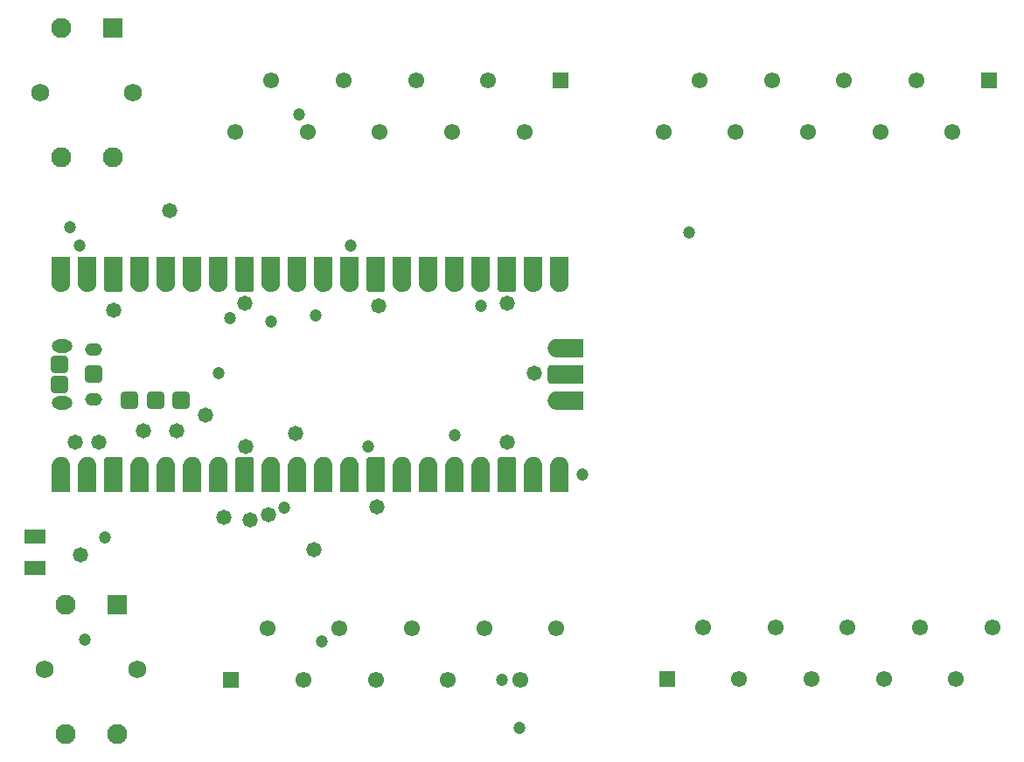
<source format=gts>
G04*
G04 #@! TF.GenerationSoftware,Altium Limited,Altium Designer,24.1.2 (44)*
G04*
G04 Layer_Color=13798182*
%FSLAX44Y44*%
%MOMM*%
G71*
G04*
G04 #@! TF.SameCoordinates,B28CFC15-B4C6-47B7-BC68-1C9BB1E78066*
G04*
G04*
G04 #@! TF.FilePolarity,Negative*
G04*
G01*
G75*
G04:AMPARAMS|DCode=18|XSize=1.7032mm|YSize=1.7032mm|CornerRadius=0.4016mm|HoleSize=0mm|Usage=FLASHONLY|Rotation=90.000|XOffset=0mm|YOffset=0mm|HoleType=Round|Shape=RoundedRectangle|*
%AMROUNDEDRECTD18*
21,1,1.7032,0.9000,0,0,90.0*
21,1,0.9000,1.7032,0,0,90.0*
1,1,0.8032,0.4500,0.4500*
1,1,0.8032,0.4500,-0.4500*
1,1,0.8032,-0.4500,-0.4500*
1,1,0.8032,-0.4500,0.4500*
%
%ADD18ROUNDEDRECTD18*%
%ADD19O,2.0032X1.3032*%
%ADD20O,1.6532X1.2532*%
%ADD21R,2.0032X1.4532*%
%ADD22C,1.5500*%
%ADD23R,1.5500X1.5500*%
%ADD24C,1.9532*%
%ADD25R,1.9532X1.9532*%
%ADD26C,1.7532*%
%ADD27C,1.2032*%
%ADD28C,1.4732*%
G36*
X556370Y478790D02*
X556360Y478320D01*
X556320Y477850D01*
X556260Y477380D01*
X556170Y476920D01*
X556060Y476460D01*
X555930Y476010D01*
X555770Y475560D01*
X555590Y475130D01*
X555390Y474700D01*
X555160Y474290D01*
X554920Y473890D01*
X554650Y473500D01*
X554360Y473130D01*
X554060Y472770D01*
X553730Y472430D01*
X553390Y472100D01*
X553030Y471800D01*
X552660Y471510D01*
X552270Y471240D01*
X551870Y471000D01*
X551460Y470770D01*
X551030Y470570D01*
X550600Y470390D01*
X550150Y470230D01*
X549700Y470100D01*
X549240Y469990D01*
X548780Y469900D01*
X548310Y469840D01*
X547840Y469800D01*
X547370Y469790D01*
X546900Y469800D01*
X546430Y469840D01*
X545960Y469900D01*
X545500Y469990D01*
X545040Y470100D01*
X544590Y470230D01*
X544140Y470390D01*
X543710Y470570D01*
X543280Y470770D01*
X542870Y471000D01*
X542470Y471240D01*
X542080Y471510D01*
X541710Y471800D01*
X541350Y472100D01*
X541010Y472430D01*
X540680Y472770D01*
X540380Y473130D01*
X540090Y473500D01*
X539820Y473890D01*
X539580Y474290D01*
X539350Y474700D01*
X539150Y475130D01*
X538970Y475560D01*
X538810Y476010D01*
X538680Y476460D01*
X538570Y476920D01*
X538480Y477380D01*
X538420Y477850D01*
X538380Y478320D01*
X538370Y478790D01*
Y503790D01*
X556370D01*
Y478790D01*
D02*
G37*
G36*
X530970D02*
X530960Y478320D01*
X530920Y477850D01*
X530860Y477380D01*
X530770Y476920D01*
X530660Y476460D01*
X530530Y476010D01*
X530370Y475560D01*
X530190Y475130D01*
X529990Y474700D01*
X529760Y474290D01*
X529520Y473890D01*
X529250Y473500D01*
X528960Y473130D01*
X528660Y472770D01*
X528330Y472430D01*
X527990Y472100D01*
X527630Y471800D01*
X527260Y471510D01*
X526870Y471240D01*
X526470Y471000D01*
X526060Y470770D01*
X525630Y470570D01*
X525200Y470390D01*
X524750Y470230D01*
X524300Y470100D01*
X523840Y469990D01*
X523380Y469900D01*
X522910Y469840D01*
X522440Y469800D01*
X521970Y469790D01*
X521500Y469800D01*
X521030Y469840D01*
X520560Y469900D01*
X520100Y469990D01*
X519640Y470100D01*
X519190Y470230D01*
X518740Y470390D01*
X518310Y470570D01*
X517880Y470770D01*
X517470Y471000D01*
X517070Y471240D01*
X516680Y471510D01*
X516310Y471800D01*
X515950Y472100D01*
X515610Y472430D01*
X515280Y472770D01*
X514980Y473130D01*
X514690Y473500D01*
X514420Y473890D01*
X514180Y474290D01*
X513950Y474700D01*
X513750Y475130D01*
X513570Y475560D01*
X513410Y476010D01*
X513280Y476460D01*
X513170Y476920D01*
X513080Y477380D01*
X513020Y477850D01*
X512980Y478320D01*
X512970Y478790D01*
Y503790D01*
X530970D01*
Y478790D01*
D02*
G37*
G36*
X505570Y472630D02*
X505550Y472480D01*
X505530Y472320D01*
X505500Y472170D01*
X505470Y472010D01*
X505420Y471860D01*
X505370Y471710D01*
X505310Y471570D01*
X505240Y471430D01*
X505170Y471290D01*
X505090Y471160D01*
X505000Y471030D01*
X504900Y470900D01*
X504800Y470780D01*
X504690Y470670D01*
X504580Y470560D01*
X504460Y470460D01*
X504330Y470360D01*
X504200Y470270D01*
X504070Y470190D01*
X503930Y470120D01*
X503790Y470050D01*
X503650Y469990D01*
X503500Y469940D01*
X503350Y469890D01*
X503190Y469860D01*
X503040Y469830D01*
X502880Y469810D01*
X502730Y469790D01*
X490410D01*
X490260Y469810D01*
X490100Y469830D01*
X489950Y469860D01*
X489790Y469890D01*
X489640Y469940D01*
X489490Y469990D01*
X489350Y470050D01*
X489210Y470120D01*
X489070Y470190D01*
X488940Y470270D01*
X488810Y470360D01*
X488680Y470460D01*
X488560Y470560D01*
X488450Y470670D01*
X488340Y470780D01*
X488240Y470900D01*
X488140Y471030D01*
X488050Y471160D01*
X487970Y471290D01*
X487900Y471430D01*
X487830Y471570D01*
X487770Y471710D01*
X487720Y471860D01*
X487670Y472010D01*
X487640Y472170D01*
X487610Y472320D01*
X487590Y472480D01*
X487570Y472630D01*
Y503790D01*
X505570D01*
Y472630D01*
D02*
G37*
G36*
X480170Y478790D02*
X480160Y478320D01*
X480120Y477850D01*
X480060Y477380D01*
X479970Y476920D01*
X479860Y476460D01*
X479730Y476010D01*
X479570Y475560D01*
X479390Y475130D01*
X479190Y474700D01*
X478960Y474290D01*
X478720Y473890D01*
X478450Y473500D01*
X478160Y473130D01*
X477860Y472770D01*
X477530Y472430D01*
X477190Y472100D01*
X476830Y471800D01*
X476460Y471510D01*
X476070Y471240D01*
X475670Y471000D01*
X475260Y470770D01*
X474830Y470570D01*
X474400Y470390D01*
X473950Y470230D01*
X473500Y470100D01*
X473040Y469990D01*
X472580Y469900D01*
X472110Y469840D01*
X471640Y469800D01*
X471170Y469790D01*
X470700Y469800D01*
X470230Y469840D01*
X469760Y469900D01*
X469300Y469990D01*
X468840Y470100D01*
X468390Y470230D01*
X467940Y470390D01*
X467510Y470570D01*
X467080Y470770D01*
X466670Y471000D01*
X466270Y471240D01*
X465880Y471510D01*
X465510Y471800D01*
X465150Y472100D01*
X464810Y472430D01*
X464480Y472770D01*
X464180Y473130D01*
X463890Y473500D01*
X463620Y473890D01*
X463380Y474290D01*
X463150Y474700D01*
X462950Y475130D01*
X462770Y475560D01*
X462610Y476010D01*
X462480Y476460D01*
X462370Y476920D01*
X462280Y477380D01*
X462220Y477850D01*
X462180Y478320D01*
X462170Y478790D01*
Y503790D01*
X480170D01*
Y478790D01*
D02*
G37*
G36*
X454770D02*
X454760Y478320D01*
X454720Y477850D01*
X454660Y477380D01*
X454570Y476920D01*
X454460Y476460D01*
X454330Y476010D01*
X454170Y475560D01*
X453990Y475130D01*
X453790Y474700D01*
X453560Y474290D01*
X453320Y473890D01*
X453050Y473500D01*
X452760Y473130D01*
X452460Y472770D01*
X452130Y472430D01*
X451790Y472100D01*
X451430Y471800D01*
X451060Y471510D01*
X450670Y471240D01*
X450270Y471000D01*
X449860Y470770D01*
X449430Y470570D01*
X449000Y470390D01*
X448550Y470230D01*
X448100Y470100D01*
X447640Y469990D01*
X447180Y469900D01*
X446710Y469840D01*
X446240Y469800D01*
X445770Y469790D01*
X445300Y469800D01*
X444830Y469840D01*
X444360Y469900D01*
X443900Y469990D01*
X443440Y470100D01*
X442990Y470230D01*
X442540Y470390D01*
X442110Y470570D01*
X441680Y470770D01*
X441270Y471000D01*
X440870Y471240D01*
X440480Y471510D01*
X440110Y471800D01*
X439750Y472100D01*
X439410Y472430D01*
X439080Y472770D01*
X438780Y473130D01*
X438490Y473500D01*
X438220Y473890D01*
X437980Y474290D01*
X437750Y474700D01*
X437550Y475130D01*
X437370Y475560D01*
X437210Y476010D01*
X437080Y476460D01*
X436970Y476920D01*
X436880Y477380D01*
X436820Y477850D01*
X436780Y478320D01*
X436770Y478790D01*
Y503790D01*
X454770D01*
Y478790D01*
D02*
G37*
G36*
X429370D02*
X429360Y478320D01*
X429320Y477850D01*
X429260Y477380D01*
X429170Y476920D01*
X429060Y476460D01*
X428930Y476010D01*
X428770Y475560D01*
X428590Y475130D01*
X428390Y474700D01*
X428160Y474290D01*
X427920Y473890D01*
X427650Y473500D01*
X427360Y473130D01*
X427060Y472770D01*
X426730Y472430D01*
X426390Y472100D01*
X426030Y471800D01*
X425660Y471510D01*
X425270Y471240D01*
X424870Y471000D01*
X424460Y470770D01*
X424030Y470570D01*
X423600Y470390D01*
X423150Y470230D01*
X422700Y470100D01*
X422240Y469990D01*
X421780Y469900D01*
X421310Y469840D01*
X420840Y469800D01*
X420370Y469790D01*
X419900Y469800D01*
X419430Y469840D01*
X418960Y469900D01*
X418500Y469990D01*
X418040Y470100D01*
X417590Y470230D01*
X417140Y470390D01*
X416710Y470570D01*
X416280Y470770D01*
X415870Y471000D01*
X415470Y471240D01*
X415080Y471510D01*
X414710Y471800D01*
X414350Y472100D01*
X414010Y472430D01*
X413680Y472770D01*
X413380Y473130D01*
X413090Y473500D01*
X412820Y473890D01*
X412580Y474290D01*
X412350Y474700D01*
X412150Y475130D01*
X411970Y475560D01*
X411810Y476010D01*
X411680Y476460D01*
X411570Y476920D01*
X411480Y477380D01*
X411420Y477850D01*
X411380Y478320D01*
X411370Y478790D01*
Y503790D01*
X429370D01*
Y478790D01*
D02*
G37*
G36*
X403970D02*
X403960Y478320D01*
X403920Y477850D01*
X403860Y477380D01*
X403770Y476920D01*
X403660Y476460D01*
X403530Y476010D01*
X403370Y475560D01*
X403190Y475130D01*
X402990Y474700D01*
X402760Y474290D01*
X402520Y473890D01*
X402250Y473500D01*
X401960Y473130D01*
X401660Y472770D01*
X401330Y472430D01*
X400990Y472100D01*
X400630Y471800D01*
X400260Y471510D01*
X399870Y471240D01*
X399470Y471000D01*
X399060Y470770D01*
X398630Y470570D01*
X398200Y470390D01*
X397750Y470230D01*
X397300Y470100D01*
X396840Y469990D01*
X396380Y469900D01*
X395910Y469840D01*
X395440Y469800D01*
X394970Y469790D01*
X394500Y469800D01*
X394030Y469840D01*
X393560Y469900D01*
X393100Y469990D01*
X392640Y470100D01*
X392190Y470230D01*
X391740Y470390D01*
X391310Y470570D01*
X390880Y470770D01*
X390470Y471000D01*
X390070Y471240D01*
X389680Y471510D01*
X389310Y471800D01*
X388950Y472100D01*
X388610Y472430D01*
X388280Y472770D01*
X387980Y473130D01*
X387690Y473500D01*
X387420Y473890D01*
X387180Y474290D01*
X386950Y474700D01*
X386750Y475130D01*
X386570Y475560D01*
X386410Y476010D01*
X386280Y476460D01*
X386170Y476920D01*
X386080Y477380D01*
X386020Y477850D01*
X385980Y478320D01*
X385970Y478790D01*
Y503790D01*
X403970D01*
Y478790D01*
D02*
G37*
G36*
X378570Y472630D02*
X378550Y472480D01*
X378530Y472320D01*
X378500Y472170D01*
X378470Y472010D01*
X378420Y471860D01*
X378370Y471710D01*
X378310Y471570D01*
X378240Y471430D01*
X378170Y471290D01*
X378090Y471160D01*
X378000Y471030D01*
X377900Y470900D01*
X377800Y470780D01*
X377690Y470670D01*
X377580Y470560D01*
X377460Y470460D01*
X377330Y470360D01*
X377200Y470270D01*
X377070Y470190D01*
X376930Y470120D01*
X376790Y470050D01*
X376650Y469990D01*
X376500Y469940D01*
X376350Y469890D01*
X376190Y469860D01*
X376040Y469830D01*
X375880Y469810D01*
X375730Y469790D01*
X363410D01*
X363260Y469810D01*
X363100Y469830D01*
X362950Y469860D01*
X362790Y469890D01*
X362640Y469940D01*
X362490Y469990D01*
X362350Y470050D01*
X362210Y470120D01*
X362070Y470190D01*
X361940Y470270D01*
X361810Y470360D01*
X361680Y470460D01*
X361560Y470560D01*
X361450Y470670D01*
X361340Y470780D01*
X361240Y470900D01*
X361140Y471030D01*
X361050Y471160D01*
X360970Y471290D01*
X360900Y471430D01*
X360830Y471570D01*
X360770Y471710D01*
X360720Y471860D01*
X360670Y472010D01*
X360640Y472170D01*
X360610Y472320D01*
X360590Y472480D01*
X360570Y472630D01*
Y503790D01*
X378570D01*
Y472630D01*
D02*
G37*
G36*
X353170Y478790D02*
X353160Y478320D01*
X353120Y477850D01*
X353060Y477380D01*
X352970Y476920D01*
X352860Y476460D01*
X352730Y476010D01*
X352570Y475560D01*
X352390Y475130D01*
X352190Y474700D01*
X351960Y474290D01*
X351720Y473890D01*
X351450Y473500D01*
X351160Y473130D01*
X350860Y472770D01*
X350530Y472430D01*
X350190Y472100D01*
X349830Y471800D01*
X349460Y471510D01*
X349070Y471240D01*
X348670Y471000D01*
X348260Y470770D01*
X347830Y470570D01*
X347400Y470390D01*
X346950Y470230D01*
X346500Y470100D01*
X346040Y469990D01*
X345580Y469900D01*
X345110Y469840D01*
X344640Y469800D01*
X344170Y469790D01*
X343700Y469800D01*
X343230Y469840D01*
X342760Y469900D01*
X342300Y469990D01*
X341840Y470100D01*
X341390Y470230D01*
X340940Y470390D01*
X340510Y470570D01*
X340080Y470770D01*
X339670Y471000D01*
X339270Y471240D01*
X338880Y471510D01*
X338510Y471800D01*
X338150Y472100D01*
X337810Y472430D01*
X337480Y472770D01*
X337180Y473130D01*
X336890Y473500D01*
X336620Y473890D01*
X336380Y474290D01*
X336150Y474700D01*
X335950Y475130D01*
X335770Y475560D01*
X335610Y476010D01*
X335480Y476460D01*
X335370Y476920D01*
X335280Y477380D01*
X335220Y477850D01*
X335180Y478320D01*
X335170Y478790D01*
Y503790D01*
X353170D01*
Y478790D01*
D02*
G37*
G36*
X327770D02*
X327760Y478320D01*
X327720Y477850D01*
X327660Y477380D01*
X327570Y476920D01*
X327460Y476460D01*
X327330Y476010D01*
X327170Y475560D01*
X326990Y475130D01*
X326790Y474700D01*
X326560Y474290D01*
X326320Y473890D01*
X326050Y473500D01*
X325760Y473130D01*
X325460Y472770D01*
X325130Y472430D01*
X324790Y472100D01*
X324430Y471800D01*
X324060Y471510D01*
X323670Y471240D01*
X323270Y471000D01*
X322860Y470770D01*
X322430Y470570D01*
X322000Y470390D01*
X321550Y470230D01*
X321100Y470100D01*
X320640Y469990D01*
X320180Y469900D01*
X319710Y469840D01*
X319240Y469800D01*
X318770Y469790D01*
X318300Y469800D01*
X317830Y469840D01*
X317360Y469900D01*
X316900Y469990D01*
X316440Y470100D01*
X315990Y470230D01*
X315540Y470390D01*
X315110Y470570D01*
X314680Y470770D01*
X314270Y471000D01*
X313870Y471240D01*
X313480Y471510D01*
X313110Y471800D01*
X312750Y472100D01*
X312410Y472430D01*
X312080Y472770D01*
X311780Y473130D01*
X311490Y473500D01*
X311220Y473890D01*
X310980Y474290D01*
X310750Y474700D01*
X310550Y475130D01*
X310370Y475560D01*
X310210Y476010D01*
X310080Y476460D01*
X309970Y476920D01*
X309880Y477380D01*
X309820Y477850D01*
X309780Y478320D01*
X309770Y478790D01*
Y503790D01*
X327770D01*
Y478790D01*
D02*
G37*
G36*
X302370D02*
X302360Y478320D01*
X302320Y477850D01*
X302260Y477380D01*
X302170Y476920D01*
X302060Y476460D01*
X301930Y476010D01*
X301770Y475560D01*
X301590Y475130D01*
X301390Y474700D01*
X301160Y474290D01*
X300920Y473890D01*
X300650Y473500D01*
X300360Y473130D01*
X300060Y472770D01*
X299730Y472430D01*
X299390Y472100D01*
X299030Y471800D01*
X298660Y471510D01*
X298270Y471240D01*
X297870Y471000D01*
X297460Y470770D01*
X297030Y470570D01*
X296600Y470390D01*
X296150Y470230D01*
X295700Y470100D01*
X295240Y469990D01*
X294780Y469900D01*
X294310Y469840D01*
X293840Y469800D01*
X293370Y469790D01*
X292900Y469800D01*
X292430Y469840D01*
X291960Y469900D01*
X291500Y469990D01*
X291040Y470100D01*
X290590Y470230D01*
X290140Y470390D01*
X289710Y470570D01*
X289280Y470770D01*
X288870Y471000D01*
X288470Y471240D01*
X288080Y471510D01*
X287710Y471800D01*
X287350Y472100D01*
X287010Y472430D01*
X286680Y472770D01*
X286380Y473130D01*
X286090Y473500D01*
X285820Y473890D01*
X285580Y474290D01*
X285350Y474700D01*
X285150Y475130D01*
X284970Y475560D01*
X284810Y476010D01*
X284680Y476460D01*
X284570Y476920D01*
X284480Y477380D01*
X284420Y477850D01*
X284380Y478320D01*
X284370Y478790D01*
Y503790D01*
X302370D01*
Y478790D01*
D02*
G37*
G36*
X276970D02*
X276960Y478320D01*
X276920Y477850D01*
X276860Y477380D01*
X276770Y476920D01*
X276660Y476460D01*
X276530Y476010D01*
X276370Y475560D01*
X276190Y475130D01*
X275990Y474700D01*
X275760Y474290D01*
X275520Y473890D01*
X275250Y473500D01*
X274960Y473130D01*
X274660Y472770D01*
X274330Y472430D01*
X273990Y472100D01*
X273630Y471800D01*
X273260Y471510D01*
X272870Y471240D01*
X272470Y471000D01*
X272060Y470770D01*
X271630Y470570D01*
X271200Y470390D01*
X270750Y470230D01*
X270300Y470100D01*
X269840Y469990D01*
X269380Y469900D01*
X268910Y469840D01*
X268440Y469800D01*
X267970Y469790D01*
X267500Y469800D01*
X267030Y469840D01*
X266560Y469900D01*
X266100Y469990D01*
X265640Y470100D01*
X265190Y470230D01*
X264740Y470390D01*
X264310Y470570D01*
X263880Y470770D01*
X263470Y471000D01*
X263070Y471240D01*
X262680Y471510D01*
X262310Y471800D01*
X261950Y472100D01*
X261610Y472430D01*
X261280Y472770D01*
X260980Y473130D01*
X260690Y473500D01*
X260420Y473890D01*
X260180Y474290D01*
X259950Y474700D01*
X259750Y475130D01*
X259570Y475560D01*
X259410Y476010D01*
X259280Y476460D01*
X259170Y476920D01*
X259080Y477380D01*
X259020Y477850D01*
X258980Y478320D01*
X258970Y478790D01*
Y503790D01*
X276970D01*
Y478790D01*
D02*
G37*
G36*
X251570Y472630D02*
X251550Y472480D01*
X251530Y472320D01*
X251500Y472170D01*
X251470Y472010D01*
X251420Y471860D01*
X251370Y471710D01*
X251310Y471570D01*
X251240Y471430D01*
X251170Y471290D01*
X251090Y471160D01*
X251000Y471030D01*
X250900Y470900D01*
X250800Y470780D01*
X250690Y470670D01*
X250580Y470560D01*
X250460Y470460D01*
X250330Y470360D01*
X250200Y470270D01*
X250070Y470190D01*
X249930Y470120D01*
X249790Y470050D01*
X249650Y469990D01*
X249500Y469940D01*
X249350Y469890D01*
X249190Y469860D01*
X249040Y469830D01*
X248880Y469810D01*
X248730Y469790D01*
X236410D01*
X236260Y469810D01*
X236100Y469830D01*
X235950Y469860D01*
X235790Y469890D01*
X235640Y469940D01*
X235490Y469990D01*
X235350Y470050D01*
X235210Y470120D01*
X235070Y470190D01*
X234940Y470270D01*
X234810Y470360D01*
X234680Y470460D01*
X234560Y470560D01*
X234450Y470670D01*
X234340Y470780D01*
X234240Y470900D01*
X234140Y471030D01*
X234050Y471160D01*
X233970Y471290D01*
X233900Y471430D01*
X233830Y471570D01*
X233770Y471710D01*
X233720Y471860D01*
X233670Y472010D01*
X233640Y472170D01*
X233610Y472320D01*
X233590Y472480D01*
X233570Y472630D01*
Y503790D01*
X251570D01*
Y472630D01*
D02*
G37*
G36*
X226170Y478790D02*
X226160Y478320D01*
X226120Y477850D01*
X226060Y477380D01*
X225970Y476920D01*
X225860Y476460D01*
X225730Y476010D01*
X225570Y475560D01*
X225390Y475130D01*
X225190Y474700D01*
X224960Y474290D01*
X224720Y473890D01*
X224450Y473500D01*
X224160Y473130D01*
X223860Y472770D01*
X223530Y472430D01*
X223190Y472100D01*
X222830Y471800D01*
X222460Y471510D01*
X222070Y471240D01*
X221670Y471000D01*
X221260Y470770D01*
X220830Y470570D01*
X220400Y470390D01*
X219950Y470230D01*
X219500Y470100D01*
X219040Y469990D01*
X218580Y469900D01*
X218110Y469840D01*
X217640Y469800D01*
X217170Y469790D01*
X216700Y469800D01*
X216230Y469840D01*
X215760Y469900D01*
X215300Y469990D01*
X214840Y470100D01*
X214390Y470230D01*
X213940Y470390D01*
X213510Y470570D01*
X213080Y470770D01*
X212670Y471000D01*
X212270Y471240D01*
X211880Y471510D01*
X211510Y471800D01*
X211150Y472100D01*
X210810Y472430D01*
X210480Y472770D01*
X210180Y473130D01*
X209890Y473500D01*
X209620Y473890D01*
X209380Y474290D01*
X209150Y474700D01*
X208950Y475130D01*
X208770Y475560D01*
X208610Y476010D01*
X208480Y476460D01*
X208370Y476920D01*
X208280Y477380D01*
X208220Y477850D01*
X208180Y478320D01*
X208170Y478790D01*
Y503790D01*
X226170D01*
Y478790D01*
D02*
G37*
G36*
X200770D02*
X200760Y478320D01*
X200720Y477850D01*
X200660Y477380D01*
X200570Y476920D01*
X200460Y476460D01*
X200330Y476010D01*
X200170Y475560D01*
X199990Y475130D01*
X199790Y474700D01*
X199560Y474290D01*
X199320Y473890D01*
X199050Y473500D01*
X198760Y473130D01*
X198460Y472770D01*
X198130Y472430D01*
X197790Y472100D01*
X197430Y471800D01*
X197060Y471510D01*
X196670Y471240D01*
X196270Y471000D01*
X195860Y470770D01*
X195430Y470570D01*
X195000Y470390D01*
X194550Y470230D01*
X194100Y470100D01*
X193640Y469990D01*
X193180Y469900D01*
X192710Y469840D01*
X192240Y469800D01*
X191770Y469790D01*
X191300Y469800D01*
X190830Y469840D01*
X190360Y469900D01*
X189900Y469990D01*
X189440Y470100D01*
X188990Y470230D01*
X188540Y470390D01*
X188110Y470570D01*
X187680Y470770D01*
X187270Y471000D01*
X186870Y471240D01*
X186480Y471510D01*
X186110Y471800D01*
X185750Y472100D01*
X185410Y472430D01*
X185080Y472770D01*
X184780Y473130D01*
X184490Y473500D01*
X184220Y473890D01*
X183980Y474290D01*
X183750Y474700D01*
X183550Y475130D01*
X183370Y475560D01*
X183210Y476010D01*
X183080Y476460D01*
X182970Y476920D01*
X182880Y477380D01*
X182820Y477850D01*
X182780Y478320D01*
X182770Y478790D01*
Y503790D01*
X200770D01*
Y478790D01*
D02*
G37*
G36*
X175370D02*
X175360Y478320D01*
X175320Y477850D01*
X175260Y477380D01*
X175170Y476920D01*
X175060Y476460D01*
X174930Y476010D01*
X174770Y475560D01*
X174590Y475130D01*
X174390Y474700D01*
X174160Y474290D01*
X173920Y473890D01*
X173650Y473500D01*
X173360Y473130D01*
X173060Y472770D01*
X172730Y472430D01*
X172390Y472100D01*
X172030Y471800D01*
X171660Y471510D01*
X171270Y471240D01*
X170870Y471000D01*
X170460Y470770D01*
X170030Y470570D01*
X169600Y470390D01*
X169150Y470230D01*
X168700Y470100D01*
X168240Y469990D01*
X167780Y469900D01*
X167310Y469840D01*
X166840Y469800D01*
X166370Y469790D01*
X165900Y469800D01*
X165430Y469840D01*
X164960Y469900D01*
X164500Y469990D01*
X164040Y470100D01*
X163590Y470230D01*
X163140Y470390D01*
X162710Y470570D01*
X162280Y470770D01*
X161870Y471000D01*
X161470Y471240D01*
X161080Y471510D01*
X160710Y471800D01*
X160350Y472100D01*
X160010Y472430D01*
X159680Y472770D01*
X159380Y473130D01*
X159090Y473500D01*
X158820Y473890D01*
X158580Y474290D01*
X158350Y474700D01*
X158150Y475130D01*
X157970Y475560D01*
X157810Y476010D01*
X157680Y476460D01*
X157570Y476920D01*
X157480Y477380D01*
X157420Y477850D01*
X157380Y478320D01*
X157370Y478790D01*
Y503790D01*
X175370D01*
Y478790D01*
D02*
G37*
G36*
X149970D02*
X149960Y478320D01*
X149920Y477850D01*
X149860Y477380D01*
X149770Y476920D01*
X149660Y476460D01*
X149530Y476010D01*
X149370Y475560D01*
X149190Y475130D01*
X148990Y474700D01*
X148760Y474290D01*
X148520Y473890D01*
X148250Y473500D01*
X147960Y473130D01*
X147660Y472770D01*
X147330Y472430D01*
X146990Y472100D01*
X146630Y471800D01*
X146260Y471510D01*
X145870Y471240D01*
X145470Y471000D01*
X145060Y470770D01*
X144630Y470570D01*
X144200Y470390D01*
X143750Y470230D01*
X143300Y470100D01*
X142840Y469990D01*
X142380Y469900D01*
X141910Y469840D01*
X141440Y469800D01*
X140970Y469790D01*
X140500Y469800D01*
X140030Y469840D01*
X139560Y469900D01*
X139100Y469990D01*
X138640Y470100D01*
X138190Y470230D01*
X137740Y470390D01*
X137310Y470570D01*
X136880Y470770D01*
X136470Y471000D01*
X136070Y471240D01*
X135680Y471510D01*
X135310Y471800D01*
X134950Y472100D01*
X134610Y472430D01*
X134280Y472770D01*
X133980Y473130D01*
X133690Y473500D01*
X133420Y473890D01*
X133180Y474290D01*
X132950Y474700D01*
X132750Y475130D01*
X132570Y475560D01*
X132410Y476010D01*
X132280Y476460D01*
X132170Y476920D01*
X132080Y477380D01*
X132020Y477850D01*
X131980Y478320D01*
X131970Y478790D01*
Y503790D01*
X149970D01*
Y478790D01*
D02*
G37*
G36*
X124570Y472630D02*
X124550Y472480D01*
X124530Y472320D01*
X124500Y472170D01*
X124470Y472010D01*
X124420Y471860D01*
X124370Y471710D01*
X124310Y471570D01*
X124240Y471430D01*
X124170Y471290D01*
X124090Y471160D01*
X124000Y471030D01*
X123900Y470900D01*
X123800Y470780D01*
X123690Y470670D01*
X123580Y470560D01*
X123460Y470460D01*
X123330Y470360D01*
X123200Y470270D01*
X123070Y470190D01*
X122930Y470120D01*
X122790Y470050D01*
X122650Y469990D01*
X122500Y469940D01*
X122350Y469890D01*
X122190Y469860D01*
X122040Y469830D01*
X121880Y469810D01*
X121730Y469790D01*
X109410D01*
X109260Y469810D01*
X109100Y469830D01*
X108950Y469860D01*
X108790Y469890D01*
X108640Y469940D01*
X108490Y469990D01*
X108350Y470050D01*
X108210Y470120D01*
X108070Y470190D01*
X107940Y470270D01*
X107810Y470360D01*
X107680Y470460D01*
X107560Y470560D01*
X107450Y470670D01*
X107340Y470780D01*
X107240Y470900D01*
X107140Y471030D01*
X107050Y471160D01*
X106970Y471290D01*
X106900Y471430D01*
X106830Y471570D01*
X106770Y471710D01*
X106720Y471860D01*
X106670Y472010D01*
X106640Y472170D01*
X106610Y472320D01*
X106590Y472480D01*
X106570Y472630D01*
Y503790D01*
X124570D01*
Y472630D01*
D02*
G37*
G36*
X99170Y478790D02*
X99160Y478320D01*
X99120Y477850D01*
X99060Y477380D01*
X98970Y476920D01*
X98860Y476460D01*
X98730Y476010D01*
X98570Y475560D01*
X98390Y475130D01*
X98190Y474700D01*
X97960Y474290D01*
X97720Y473890D01*
X97450Y473500D01*
X97160Y473130D01*
X96860Y472770D01*
X96530Y472430D01*
X96190Y472100D01*
X95830Y471800D01*
X95460Y471510D01*
X95070Y471240D01*
X94670Y471000D01*
X94260Y470770D01*
X93830Y470570D01*
X93400Y470390D01*
X92950Y470230D01*
X92500Y470100D01*
X92040Y469990D01*
X91580Y469900D01*
X91110Y469840D01*
X90640Y469800D01*
X90170Y469790D01*
X89700Y469800D01*
X89230Y469840D01*
X88760Y469900D01*
X88300Y469990D01*
X87840Y470100D01*
X87390Y470230D01*
X86940Y470390D01*
X86510Y470570D01*
X86080Y470770D01*
X85670Y471000D01*
X85270Y471240D01*
X84880Y471510D01*
X84510Y471800D01*
X84150Y472100D01*
X83810Y472430D01*
X83480Y472770D01*
X83180Y473130D01*
X82890Y473500D01*
X82620Y473890D01*
X82380Y474290D01*
X82150Y474700D01*
X81950Y475130D01*
X81770Y475560D01*
X81610Y476010D01*
X81480Y476460D01*
X81370Y476920D01*
X81280Y477380D01*
X81220Y477850D01*
X81180Y478320D01*
X81170Y478790D01*
Y503790D01*
X99170D01*
Y478790D01*
D02*
G37*
G36*
X73770D02*
X73760Y478320D01*
X73720Y477850D01*
X73660Y477380D01*
X73570Y476920D01*
X73460Y476460D01*
X73330Y476010D01*
X73170Y475560D01*
X72990Y475130D01*
X72790Y474700D01*
X72560Y474290D01*
X72320Y473890D01*
X72050Y473500D01*
X71760Y473130D01*
X71460Y472770D01*
X71130Y472430D01*
X70790Y472100D01*
X70430Y471800D01*
X70060Y471510D01*
X69670Y471240D01*
X69270Y471000D01*
X68860Y470770D01*
X68430Y470570D01*
X68000Y470390D01*
X67550Y470230D01*
X67100Y470100D01*
X66640Y469990D01*
X66180Y469900D01*
X65710Y469840D01*
X65240Y469800D01*
X64770Y469790D01*
X64300Y469800D01*
X63830Y469840D01*
X63360Y469900D01*
X62900Y469990D01*
X62440Y470100D01*
X61990Y470230D01*
X61540Y470390D01*
X61110Y470570D01*
X60680Y470770D01*
X60270Y471000D01*
X59870Y471240D01*
X59480Y471510D01*
X59110Y471800D01*
X58750Y472100D01*
X58410Y472430D01*
X58080Y472770D01*
X57780Y473130D01*
X57490Y473500D01*
X57220Y473890D01*
X56980Y474290D01*
X56750Y474700D01*
X56550Y475130D01*
X56370Y475560D01*
X56210Y476010D01*
X56080Y476460D01*
X55970Y476920D01*
X55880Y477380D01*
X55820Y477850D01*
X55780Y478320D01*
X55770Y478790D01*
Y503790D01*
X73770D01*
Y478790D01*
D02*
G37*
G36*
X570070Y406290D02*
X545070D01*
X544600Y406300D01*
X544130Y406340D01*
X543660Y406400D01*
X543200Y406490D01*
X542740Y406600D01*
X542290Y406730D01*
X541840Y406890D01*
X541410Y407070D01*
X540980Y407270D01*
X540570Y407500D01*
X540170Y407740D01*
X539780Y408010D01*
X539410Y408300D01*
X539050Y408600D01*
X538710Y408930D01*
X538380Y409270D01*
X538080Y409630D01*
X537790Y410000D01*
X537520Y410390D01*
X537280Y410790D01*
X537050Y411200D01*
X536850Y411630D01*
X536670Y412060D01*
X536510Y412510D01*
X536380Y412960D01*
X536270Y413420D01*
X536180Y413880D01*
X536120Y414350D01*
X536080Y414820D01*
X536070Y415290D01*
X536080Y415760D01*
X536120Y416230D01*
X536180Y416700D01*
X536270Y417160D01*
X536380Y417620D01*
X536510Y418070D01*
X536670Y418520D01*
X536850Y418950D01*
X537050Y419380D01*
X537280Y419790D01*
X537520Y420190D01*
X537790Y420580D01*
X538080Y420950D01*
X538380Y421310D01*
X538710Y421650D01*
X539050Y421980D01*
X539410Y422280D01*
X539780Y422570D01*
X540170Y422840D01*
X540570Y423080D01*
X540980Y423310D01*
X541410Y423510D01*
X541840Y423690D01*
X542290Y423850D01*
X542740Y423980D01*
X543200Y424090D01*
X543660Y424180D01*
X544130Y424240D01*
X544600Y424280D01*
X545070Y424290D01*
X570070D01*
Y406290D01*
D02*
G37*
G36*
Y380890D02*
X538910D01*
X538760Y380910D01*
X538600Y380930D01*
X538450Y380960D01*
X538290Y380990D01*
X538140Y381040D01*
X537990Y381090D01*
X537850Y381150D01*
X537710Y381220D01*
X537570Y381290D01*
X537440Y381370D01*
X537310Y381460D01*
X537180Y381560D01*
X537060Y381660D01*
X536950Y381770D01*
X536840Y381880D01*
X536740Y382000D01*
X536640Y382130D01*
X536550Y382260D01*
X536470Y382390D01*
X536400Y382530D01*
X536330Y382670D01*
X536270Y382810D01*
X536220Y382960D01*
X536170Y383110D01*
X536140Y383270D01*
X536110Y383420D01*
X536090Y383580D01*
X536070Y383730D01*
Y396050D01*
X536090Y396200D01*
X536110Y396360D01*
X536140Y396510D01*
X536170Y396670D01*
X536220Y396820D01*
X536270Y396970D01*
X536330Y397110D01*
X536400Y397250D01*
X536470Y397390D01*
X536550Y397520D01*
X536640Y397650D01*
X536740Y397780D01*
X536840Y397900D01*
X536950Y398010D01*
X537060Y398120D01*
X537180Y398220D01*
X537310Y398320D01*
X537440Y398410D01*
X537570Y398490D01*
X537710Y398560D01*
X537850Y398630D01*
X537990Y398690D01*
X538140Y398740D01*
X538290Y398790D01*
X538450Y398820D01*
X538600Y398850D01*
X538760Y398870D01*
X538910Y398890D01*
X570070D01*
Y380890D01*
D02*
G37*
G36*
Y355490D02*
X545070D01*
X544600Y355500D01*
X544130Y355540D01*
X543660Y355600D01*
X543200Y355690D01*
X542740Y355800D01*
X542290Y355930D01*
X541840Y356090D01*
X541410Y356270D01*
X540980Y356470D01*
X540570Y356700D01*
X540170Y356940D01*
X539780Y357210D01*
X539410Y357500D01*
X539050Y357800D01*
X538710Y358130D01*
X538380Y358470D01*
X538080Y358830D01*
X537790Y359200D01*
X537520Y359590D01*
X537280Y359990D01*
X537050Y360400D01*
X536850Y360830D01*
X536670Y361260D01*
X536510Y361710D01*
X536380Y362160D01*
X536270Y362620D01*
X536180Y363080D01*
X536120Y363550D01*
X536080Y364020D01*
X536070Y364490D01*
X536080Y364960D01*
X536120Y365430D01*
X536180Y365900D01*
X536270Y366360D01*
X536380Y366820D01*
X536510Y367270D01*
X536670Y367720D01*
X536850Y368150D01*
X537050Y368580D01*
X537280Y368990D01*
X537520Y369390D01*
X537790Y369780D01*
X538080Y370150D01*
X538380Y370510D01*
X538710Y370850D01*
X539050Y371180D01*
X539410Y371480D01*
X539780Y371770D01*
X540170Y372040D01*
X540570Y372280D01*
X540980Y372510D01*
X541410Y372710D01*
X541840Y372890D01*
X542290Y373050D01*
X542740Y373180D01*
X543200Y373290D01*
X543660Y373380D01*
X544130Y373440D01*
X544600Y373480D01*
X545070Y373490D01*
X570070D01*
Y355490D01*
D02*
G37*
G36*
X547840Y309980D02*
X548310Y309940D01*
X548780Y309880D01*
X549240Y309790D01*
X549700Y309680D01*
X550150Y309550D01*
X550600Y309390D01*
X551030Y309210D01*
X551460Y309010D01*
X551870Y308780D01*
X552270Y308540D01*
X552660Y308270D01*
X553030Y307980D01*
X553390Y307680D01*
X553730Y307350D01*
X554060Y307010D01*
X554360Y306650D01*
X554650Y306280D01*
X554920Y305890D01*
X555160Y305490D01*
X555390Y305080D01*
X555590Y304650D01*
X555770Y304220D01*
X555930Y303770D01*
X556060Y303320D01*
X556170Y302860D01*
X556260Y302400D01*
X556320Y301930D01*
X556360Y301460D01*
X556370Y300990D01*
Y275990D01*
X538370D01*
Y300990D01*
X538380Y301460D01*
X538420Y301930D01*
X538480Y302400D01*
X538570Y302860D01*
X538680Y303320D01*
X538810Y303770D01*
X538970Y304220D01*
X539150Y304650D01*
X539350Y305080D01*
X539580Y305490D01*
X539820Y305890D01*
X540090Y306280D01*
X540380Y306650D01*
X540680Y307010D01*
X541010Y307350D01*
X541350Y307680D01*
X541710Y307980D01*
X542080Y308270D01*
X542470Y308540D01*
X542870Y308780D01*
X543280Y309010D01*
X543710Y309210D01*
X544140Y309390D01*
X544590Y309550D01*
X545040Y309680D01*
X545500Y309790D01*
X545960Y309880D01*
X546430Y309940D01*
X546900Y309980D01*
X547370Y309990D01*
X547840Y309980D01*
D02*
G37*
G36*
X522440D02*
X522910Y309940D01*
X523380Y309880D01*
X523840Y309790D01*
X524300Y309680D01*
X524750Y309550D01*
X525200Y309390D01*
X525630Y309210D01*
X526060Y309010D01*
X526470Y308780D01*
X526870Y308540D01*
X527260Y308270D01*
X527630Y307980D01*
X527990Y307680D01*
X528330Y307350D01*
X528660Y307010D01*
X528960Y306650D01*
X529250Y306280D01*
X529520Y305890D01*
X529760Y305490D01*
X529990Y305080D01*
X530190Y304650D01*
X530370Y304220D01*
X530530Y303770D01*
X530660Y303320D01*
X530770Y302860D01*
X530860Y302400D01*
X530920Y301930D01*
X530960Y301460D01*
X530970Y300990D01*
Y275990D01*
X512970D01*
Y300990D01*
X512980Y301460D01*
X513020Y301930D01*
X513080Y302400D01*
X513170Y302860D01*
X513280Y303320D01*
X513410Y303770D01*
X513570Y304220D01*
X513750Y304650D01*
X513950Y305080D01*
X514180Y305490D01*
X514420Y305890D01*
X514690Y306280D01*
X514980Y306650D01*
X515280Y307010D01*
X515610Y307350D01*
X515950Y307680D01*
X516310Y307980D01*
X516680Y308270D01*
X517070Y308540D01*
X517470Y308780D01*
X517880Y309010D01*
X518310Y309210D01*
X518740Y309390D01*
X519190Y309550D01*
X519640Y309680D01*
X520100Y309790D01*
X520560Y309880D01*
X521030Y309940D01*
X521500Y309980D01*
X521970Y309990D01*
X522440Y309980D01*
D02*
G37*
G36*
X502880Y309970D02*
X503040Y309950D01*
X503190Y309920D01*
X503350Y309890D01*
X503500Y309840D01*
X503650Y309790D01*
X503790Y309730D01*
X503930Y309660D01*
X504070Y309590D01*
X504200Y309510D01*
X504330Y309420D01*
X504460Y309320D01*
X504580Y309220D01*
X504690Y309110D01*
X504800Y309000D01*
X504900Y308880D01*
X505000Y308750D01*
X505090Y308620D01*
X505170Y308490D01*
X505240Y308350D01*
X505310Y308210D01*
X505370Y308070D01*
X505420Y307920D01*
X505470Y307770D01*
X505500Y307610D01*
X505530Y307460D01*
X505550Y307300D01*
X505570Y307150D01*
Y275990D01*
X487570D01*
Y307150D01*
X487590Y307300D01*
X487610Y307460D01*
X487640Y307610D01*
X487670Y307770D01*
X487720Y307920D01*
X487770Y308070D01*
X487830Y308210D01*
X487900Y308350D01*
X487970Y308490D01*
X488050Y308620D01*
X488140Y308750D01*
X488240Y308880D01*
X488340Y309000D01*
X488450Y309110D01*
X488560Y309220D01*
X488680Y309320D01*
X488810Y309420D01*
X488940Y309510D01*
X489070Y309590D01*
X489210Y309660D01*
X489350Y309730D01*
X489490Y309790D01*
X489640Y309840D01*
X489790Y309890D01*
X489950Y309920D01*
X490100Y309950D01*
X490260Y309970D01*
X490410Y309990D01*
X502730D01*
X502880Y309970D01*
D02*
G37*
G36*
X471640Y309980D02*
X472110Y309940D01*
X472580Y309880D01*
X473040Y309790D01*
X473500Y309680D01*
X473950Y309550D01*
X474400Y309390D01*
X474830Y309210D01*
X475260Y309010D01*
X475670Y308780D01*
X476070Y308540D01*
X476460Y308270D01*
X476830Y307980D01*
X477190Y307680D01*
X477530Y307350D01*
X477860Y307010D01*
X478160Y306650D01*
X478450Y306280D01*
X478720Y305890D01*
X478960Y305490D01*
X479190Y305080D01*
X479390Y304650D01*
X479570Y304220D01*
X479730Y303770D01*
X479860Y303320D01*
X479970Y302860D01*
X480060Y302400D01*
X480120Y301930D01*
X480160Y301460D01*
X480170Y300990D01*
Y275990D01*
X462170D01*
Y300990D01*
X462180Y301460D01*
X462220Y301930D01*
X462280Y302400D01*
X462370Y302860D01*
X462480Y303320D01*
X462610Y303770D01*
X462770Y304220D01*
X462950Y304650D01*
X463150Y305080D01*
X463380Y305490D01*
X463620Y305890D01*
X463890Y306280D01*
X464180Y306650D01*
X464480Y307010D01*
X464810Y307350D01*
X465150Y307680D01*
X465510Y307980D01*
X465880Y308270D01*
X466270Y308540D01*
X466670Y308780D01*
X467080Y309010D01*
X467510Y309210D01*
X467940Y309390D01*
X468390Y309550D01*
X468840Y309680D01*
X469300Y309790D01*
X469760Y309880D01*
X470230Y309940D01*
X470700Y309980D01*
X471170Y309990D01*
X471640Y309980D01*
D02*
G37*
G36*
X446240D02*
X446710Y309940D01*
X447180Y309880D01*
X447640Y309790D01*
X448100Y309680D01*
X448550Y309550D01*
X449000Y309390D01*
X449430Y309210D01*
X449860Y309010D01*
X450270Y308780D01*
X450670Y308540D01*
X451060Y308270D01*
X451430Y307980D01*
X451790Y307680D01*
X452130Y307350D01*
X452460Y307010D01*
X452760Y306650D01*
X453050Y306280D01*
X453320Y305890D01*
X453560Y305490D01*
X453790Y305080D01*
X453990Y304650D01*
X454170Y304220D01*
X454330Y303770D01*
X454460Y303320D01*
X454570Y302860D01*
X454660Y302400D01*
X454720Y301930D01*
X454760Y301460D01*
X454770Y300990D01*
Y275990D01*
X436770D01*
Y300990D01*
X436780Y301460D01*
X436820Y301930D01*
X436880Y302400D01*
X436970Y302860D01*
X437080Y303320D01*
X437210Y303770D01*
X437370Y304220D01*
X437550Y304650D01*
X437750Y305080D01*
X437980Y305490D01*
X438220Y305890D01*
X438490Y306280D01*
X438780Y306650D01*
X439080Y307010D01*
X439410Y307350D01*
X439750Y307680D01*
X440110Y307980D01*
X440480Y308270D01*
X440870Y308540D01*
X441270Y308780D01*
X441680Y309010D01*
X442110Y309210D01*
X442540Y309390D01*
X442990Y309550D01*
X443440Y309680D01*
X443900Y309790D01*
X444360Y309880D01*
X444830Y309940D01*
X445300Y309980D01*
X445770Y309990D01*
X446240Y309980D01*
D02*
G37*
G36*
X420840D02*
X421310Y309940D01*
X421780Y309880D01*
X422240Y309790D01*
X422700Y309680D01*
X423150Y309550D01*
X423600Y309390D01*
X424030Y309210D01*
X424460Y309010D01*
X424870Y308780D01*
X425270Y308540D01*
X425660Y308270D01*
X426030Y307980D01*
X426390Y307680D01*
X426730Y307350D01*
X427060Y307010D01*
X427360Y306650D01*
X427650Y306280D01*
X427920Y305890D01*
X428160Y305490D01*
X428390Y305080D01*
X428590Y304650D01*
X428770Y304220D01*
X428930Y303770D01*
X429060Y303320D01*
X429170Y302860D01*
X429260Y302400D01*
X429320Y301930D01*
X429360Y301460D01*
X429370Y300990D01*
Y275990D01*
X411370D01*
Y300990D01*
X411380Y301460D01*
X411420Y301930D01*
X411480Y302400D01*
X411570Y302860D01*
X411680Y303320D01*
X411810Y303770D01*
X411970Y304220D01*
X412150Y304650D01*
X412350Y305080D01*
X412580Y305490D01*
X412820Y305890D01*
X413090Y306280D01*
X413380Y306650D01*
X413680Y307010D01*
X414010Y307350D01*
X414350Y307680D01*
X414710Y307980D01*
X415080Y308270D01*
X415470Y308540D01*
X415870Y308780D01*
X416280Y309010D01*
X416710Y309210D01*
X417140Y309390D01*
X417590Y309550D01*
X418040Y309680D01*
X418500Y309790D01*
X418960Y309880D01*
X419430Y309940D01*
X419900Y309980D01*
X420370Y309990D01*
X420840Y309980D01*
D02*
G37*
G36*
X395440D02*
X395910Y309940D01*
X396380Y309880D01*
X396840Y309790D01*
X397300Y309680D01*
X397750Y309550D01*
X398200Y309390D01*
X398630Y309210D01*
X399060Y309010D01*
X399470Y308780D01*
X399870Y308540D01*
X400260Y308270D01*
X400630Y307980D01*
X400990Y307680D01*
X401330Y307350D01*
X401660Y307010D01*
X401960Y306650D01*
X402250Y306280D01*
X402520Y305890D01*
X402760Y305490D01*
X402990Y305080D01*
X403190Y304650D01*
X403370Y304220D01*
X403530Y303770D01*
X403660Y303320D01*
X403770Y302860D01*
X403860Y302400D01*
X403920Y301930D01*
X403960Y301460D01*
X403970Y300990D01*
Y275990D01*
X385970D01*
Y300990D01*
X385980Y301460D01*
X386020Y301930D01*
X386080Y302400D01*
X386170Y302860D01*
X386280Y303320D01*
X386410Y303770D01*
X386570Y304220D01*
X386750Y304650D01*
X386950Y305080D01*
X387180Y305490D01*
X387420Y305890D01*
X387690Y306280D01*
X387980Y306650D01*
X388280Y307010D01*
X388610Y307350D01*
X388950Y307680D01*
X389310Y307980D01*
X389680Y308270D01*
X390070Y308540D01*
X390470Y308780D01*
X390880Y309010D01*
X391310Y309210D01*
X391740Y309390D01*
X392190Y309550D01*
X392640Y309680D01*
X393100Y309790D01*
X393560Y309880D01*
X394030Y309940D01*
X394500Y309980D01*
X394970Y309990D01*
X395440Y309980D01*
D02*
G37*
G36*
X375880Y309970D02*
X376040Y309950D01*
X376190Y309920D01*
X376350Y309890D01*
X376500Y309840D01*
X376650Y309790D01*
X376790Y309730D01*
X376930Y309660D01*
X377070Y309590D01*
X377200Y309510D01*
X377330Y309420D01*
X377460Y309320D01*
X377580Y309220D01*
X377690Y309110D01*
X377800Y309000D01*
X377900Y308880D01*
X378000Y308750D01*
X378090Y308620D01*
X378170Y308490D01*
X378240Y308350D01*
X378310Y308210D01*
X378370Y308070D01*
X378420Y307920D01*
X378470Y307770D01*
X378500Y307610D01*
X378530Y307460D01*
X378550Y307300D01*
X378570Y307150D01*
Y275990D01*
X360570D01*
Y307150D01*
X360590Y307300D01*
X360610Y307460D01*
X360640Y307610D01*
X360670Y307770D01*
X360720Y307920D01*
X360770Y308070D01*
X360830Y308210D01*
X360900Y308350D01*
X360970Y308490D01*
X361050Y308620D01*
X361140Y308750D01*
X361240Y308880D01*
X361340Y309000D01*
X361450Y309110D01*
X361560Y309220D01*
X361680Y309320D01*
X361810Y309420D01*
X361940Y309510D01*
X362070Y309590D01*
X362210Y309660D01*
X362350Y309730D01*
X362490Y309790D01*
X362640Y309840D01*
X362790Y309890D01*
X362950Y309920D01*
X363100Y309950D01*
X363260Y309970D01*
X363410Y309990D01*
X375730D01*
X375880Y309970D01*
D02*
G37*
G36*
X344640Y309980D02*
X345110Y309940D01*
X345580Y309880D01*
X346040Y309790D01*
X346500Y309680D01*
X346950Y309550D01*
X347400Y309390D01*
X347830Y309210D01*
X348260Y309010D01*
X348670Y308780D01*
X349070Y308540D01*
X349460Y308270D01*
X349830Y307980D01*
X350190Y307680D01*
X350530Y307350D01*
X350860Y307010D01*
X351160Y306650D01*
X351450Y306280D01*
X351720Y305890D01*
X351960Y305490D01*
X352190Y305080D01*
X352390Y304650D01*
X352570Y304220D01*
X352730Y303770D01*
X352860Y303320D01*
X352970Y302860D01*
X353060Y302400D01*
X353120Y301930D01*
X353160Y301460D01*
X353170Y300990D01*
Y275990D01*
X335170D01*
Y300990D01*
X335180Y301460D01*
X335220Y301930D01*
X335280Y302400D01*
X335370Y302860D01*
X335480Y303320D01*
X335610Y303770D01*
X335770Y304220D01*
X335950Y304650D01*
X336150Y305080D01*
X336380Y305490D01*
X336620Y305890D01*
X336890Y306280D01*
X337180Y306650D01*
X337480Y307010D01*
X337810Y307350D01*
X338150Y307680D01*
X338510Y307980D01*
X338880Y308270D01*
X339270Y308540D01*
X339670Y308780D01*
X340080Y309010D01*
X340510Y309210D01*
X340940Y309390D01*
X341390Y309550D01*
X341840Y309680D01*
X342300Y309790D01*
X342760Y309880D01*
X343230Y309940D01*
X343700Y309980D01*
X344170Y309990D01*
X344640Y309980D01*
D02*
G37*
G36*
X319240D02*
X319710Y309940D01*
X320180Y309880D01*
X320640Y309790D01*
X321100Y309680D01*
X321550Y309550D01*
X322000Y309390D01*
X322430Y309210D01*
X322860Y309010D01*
X323270Y308780D01*
X323670Y308540D01*
X324060Y308270D01*
X324430Y307980D01*
X324790Y307680D01*
X325130Y307350D01*
X325460Y307010D01*
X325760Y306650D01*
X326050Y306280D01*
X326320Y305890D01*
X326560Y305490D01*
X326790Y305080D01*
X326990Y304650D01*
X327170Y304220D01*
X327330Y303770D01*
X327460Y303320D01*
X327570Y302860D01*
X327660Y302400D01*
X327720Y301930D01*
X327760Y301460D01*
X327770Y300990D01*
Y275990D01*
X309770D01*
Y300990D01*
X309780Y301460D01*
X309820Y301930D01*
X309880Y302400D01*
X309970Y302860D01*
X310080Y303320D01*
X310210Y303770D01*
X310370Y304220D01*
X310550Y304650D01*
X310750Y305080D01*
X310980Y305490D01*
X311220Y305890D01*
X311490Y306280D01*
X311780Y306650D01*
X312080Y307010D01*
X312410Y307350D01*
X312750Y307680D01*
X313110Y307980D01*
X313480Y308270D01*
X313870Y308540D01*
X314270Y308780D01*
X314680Y309010D01*
X315110Y309210D01*
X315540Y309390D01*
X315990Y309550D01*
X316440Y309680D01*
X316900Y309790D01*
X317360Y309880D01*
X317830Y309940D01*
X318300Y309980D01*
X318770Y309990D01*
X319240Y309980D01*
D02*
G37*
G36*
X293840D02*
X294310Y309940D01*
X294780Y309880D01*
X295240Y309790D01*
X295700Y309680D01*
X296150Y309550D01*
X296600Y309390D01*
X297030Y309210D01*
X297460Y309010D01*
X297870Y308780D01*
X298270Y308540D01*
X298660Y308270D01*
X299030Y307980D01*
X299390Y307680D01*
X299730Y307350D01*
X300060Y307010D01*
X300360Y306650D01*
X300650Y306280D01*
X300920Y305890D01*
X301160Y305490D01*
X301390Y305080D01*
X301590Y304650D01*
X301770Y304220D01*
X301930Y303770D01*
X302060Y303320D01*
X302170Y302860D01*
X302260Y302400D01*
X302320Y301930D01*
X302360Y301460D01*
X302370Y300990D01*
Y275990D01*
X284370D01*
Y300990D01*
X284380Y301460D01*
X284420Y301930D01*
X284480Y302400D01*
X284570Y302860D01*
X284680Y303320D01*
X284810Y303770D01*
X284970Y304220D01*
X285150Y304650D01*
X285350Y305080D01*
X285580Y305490D01*
X285820Y305890D01*
X286090Y306280D01*
X286380Y306650D01*
X286680Y307010D01*
X287010Y307350D01*
X287350Y307680D01*
X287710Y307980D01*
X288080Y308270D01*
X288470Y308540D01*
X288870Y308780D01*
X289280Y309010D01*
X289710Y309210D01*
X290140Y309390D01*
X290590Y309550D01*
X291040Y309680D01*
X291500Y309790D01*
X291960Y309880D01*
X292430Y309940D01*
X292900Y309980D01*
X293370Y309990D01*
X293840Y309980D01*
D02*
G37*
G36*
X268440D02*
X268910Y309940D01*
X269380Y309880D01*
X269840Y309790D01*
X270300Y309680D01*
X270750Y309550D01*
X271200Y309390D01*
X271630Y309210D01*
X272060Y309010D01*
X272470Y308780D01*
X272870Y308540D01*
X273260Y308270D01*
X273630Y307980D01*
X273990Y307680D01*
X274330Y307350D01*
X274660Y307010D01*
X274960Y306650D01*
X275250Y306280D01*
X275520Y305890D01*
X275760Y305490D01*
X275990Y305080D01*
X276190Y304650D01*
X276370Y304220D01*
X276530Y303770D01*
X276660Y303320D01*
X276770Y302860D01*
X276860Y302400D01*
X276920Y301930D01*
X276960Y301460D01*
X276970Y300990D01*
Y275990D01*
X258970D01*
Y300990D01*
X258980Y301460D01*
X259020Y301930D01*
X259080Y302400D01*
X259170Y302860D01*
X259280Y303320D01*
X259410Y303770D01*
X259570Y304220D01*
X259750Y304650D01*
X259950Y305080D01*
X260180Y305490D01*
X260420Y305890D01*
X260690Y306280D01*
X260980Y306650D01*
X261280Y307010D01*
X261610Y307350D01*
X261950Y307680D01*
X262310Y307980D01*
X262680Y308270D01*
X263070Y308540D01*
X263470Y308780D01*
X263880Y309010D01*
X264310Y309210D01*
X264740Y309390D01*
X265190Y309550D01*
X265640Y309680D01*
X266100Y309790D01*
X266560Y309880D01*
X267030Y309940D01*
X267500Y309980D01*
X267970Y309990D01*
X268440Y309980D01*
D02*
G37*
G36*
X248880Y309970D02*
X249040Y309950D01*
X249190Y309920D01*
X249350Y309890D01*
X249500Y309840D01*
X249650Y309790D01*
X249790Y309730D01*
X249930Y309660D01*
X250070Y309590D01*
X250200Y309510D01*
X250330Y309420D01*
X250460Y309320D01*
X250580Y309220D01*
X250690Y309110D01*
X250800Y309000D01*
X250900Y308880D01*
X251000Y308750D01*
X251090Y308620D01*
X251170Y308490D01*
X251240Y308350D01*
X251310Y308210D01*
X251370Y308070D01*
X251420Y307920D01*
X251470Y307770D01*
X251500Y307610D01*
X251530Y307460D01*
X251550Y307300D01*
X251570Y307150D01*
Y275990D01*
X233570D01*
Y307150D01*
X233590Y307300D01*
X233610Y307460D01*
X233640Y307610D01*
X233670Y307770D01*
X233720Y307920D01*
X233770Y308070D01*
X233830Y308210D01*
X233900Y308350D01*
X233970Y308490D01*
X234050Y308620D01*
X234140Y308750D01*
X234240Y308880D01*
X234340Y309000D01*
X234450Y309110D01*
X234560Y309220D01*
X234680Y309320D01*
X234810Y309420D01*
X234940Y309510D01*
X235070Y309590D01*
X235210Y309660D01*
X235350Y309730D01*
X235490Y309790D01*
X235640Y309840D01*
X235790Y309890D01*
X235950Y309920D01*
X236100Y309950D01*
X236260Y309970D01*
X236410Y309990D01*
X248730D01*
X248880Y309970D01*
D02*
G37*
G36*
X217640Y309980D02*
X218110Y309940D01*
X218580Y309880D01*
X219040Y309790D01*
X219500Y309680D01*
X219950Y309550D01*
X220400Y309390D01*
X220830Y309210D01*
X221260Y309010D01*
X221670Y308780D01*
X222070Y308540D01*
X222460Y308270D01*
X222830Y307980D01*
X223190Y307680D01*
X223530Y307350D01*
X223860Y307010D01*
X224160Y306650D01*
X224450Y306280D01*
X224720Y305890D01*
X224960Y305490D01*
X225190Y305080D01*
X225390Y304650D01*
X225570Y304220D01*
X225730Y303770D01*
X225860Y303320D01*
X225970Y302860D01*
X226060Y302400D01*
X226120Y301930D01*
X226160Y301460D01*
X226170Y300990D01*
Y275990D01*
X208170D01*
Y300990D01*
X208180Y301460D01*
X208220Y301930D01*
X208280Y302400D01*
X208370Y302860D01*
X208480Y303320D01*
X208610Y303770D01*
X208770Y304220D01*
X208950Y304650D01*
X209150Y305080D01*
X209380Y305490D01*
X209620Y305890D01*
X209890Y306280D01*
X210180Y306650D01*
X210480Y307010D01*
X210810Y307350D01*
X211150Y307680D01*
X211510Y307980D01*
X211880Y308270D01*
X212270Y308540D01*
X212670Y308780D01*
X213080Y309010D01*
X213510Y309210D01*
X213940Y309390D01*
X214390Y309550D01*
X214840Y309680D01*
X215300Y309790D01*
X215760Y309880D01*
X216230Y309940D01*
X216700Y309980D01*
X217170Y309990D01*
X217640Y309980D01*
D02*
G37*
G36*
X192240D02*
X192710Y309940D01*
X193180Y309880D01*
X193640Y309790D01*
X194100Y309680D01*
X194550Y309550D01*
X195000Y309390D01*
X195430Y309210D01*
X195860Y309010D01*
X196270Y308780D01*
X196670Y308540D01*
X197060Y308270D01*
X197430Y307980D01*
X197790Y307680D01*
X198130Y307350D01*
X198460Y307010D01*
X198760Y306650D01*
X199050Y306280D01*
X199320Y305890D01*
X199560Y305490D01*
X199790Y305080D01*
X199990Y304650D01*
X200170Y304220D01*
X200330Y303770D01*
X200460Y303320D01*
X200570Y302860D01*
X200660Y302400D01*
X200720Y301930D01*
X200760Y301460D01*
X200770Y300990D01*
Y275990D01*
X182770D01*
Y300990D01*
X182780Y301460D01*
X182820Y301930D01*
X182880Y302400D01*
X182970Y302860D01*
X183080Y303320D01*
X183210Y303770D01*
X183370Y304220D01*
X183550Y304650D01*
X183750Y305080D01*
X183980Y305490D01*
X184220Y305890D01*
X184490Y306280D01*
X184780Y306650D01*
X185080Y307010D01*
X185410Y307350D01*
X185750Y307680D01*
X186110Y307980D01*
X186480Y308270D01*
X186870Y308540D01*
X187270Y308780D01*
X187680Y309010D01*
X188110Y309210D01*
X188540Y309390D01*
X188990Y309550D01*
X189440Y309680D01*
X189900Y309790D01*
X190360Y309880D01*
X190830Y309940D01*
X191300Y309980D01*
X191770Y309990D01*
X192240Y309980D01*
D02*
G37*
G36*
X166840D02*
X167310Y309940D01*
X167780Y309880D01*
X168240Y309790D01*
X168700Y309680D01*
X169150Y309550D01*
X169600Y309390D01*
X170030Y309210D01*
X170460Y309010D01*
X170870Y308780D01*
X171270Y308540D01*
X171660Y308270D01*
X172030Y307980D01*
X172390Y307680D01*
X172730Y307350D01*
X173060Y307010D01*
X173360Y306650D01*
X173650Y306280D01*
X173920Y305890D01*
X174160Y305490D01*
X174390Y305080D01*
X174590Y304650D01*
X174770Y304220D01*
X174930Y303770D01*
X175060Y303320D01*
X175170Y302860D01*
X175260Y302400D01*
X175320Y301930D01*
X175360Y301460D01*
X175370Y300990D01*
Y275990D01*
X157370D01*
Y300990D01*
X157380Y301460D01*
X157420Y301930D01*
X157480Y302400D01*
X157570Y302860D01*
X157680Y303320D01*
X157810Y303770D01*
X157970Y304220D01*
X158150Y304650D01*
X158350Y305080D01*
X158580Y305490D01*
X158820Y305890D01*
X159090Y306280D01*
X159380Y306650D01*
X159680Y307010D01*
X160010Y307350D01*
X160350Y307680D01*
X160710Y307980D01*
X161080Y308270D01*
X161470Y308540D01*
X161870Y308780D01*
X162280Y309010D01*
X162710Y309210D01*
X163140Y309390D01*
X163590Y309550D01*
X164040Y309680D01*
X164500Y309790D01*
X164960Y309880D01*
X165430Y309940D01*
X165900Y309980D01*
X166370Y309990D01*
X166840Y309980D01*
D02*
G37*
G36*
X141440D02*
X141910Y309940D01*
X142380Y309880D01*
X142840Y309790D01*
X143300Y309680D01*
X143750Y309550D01*
X144200Y309390D01*
X144630Y309210D01*
X145060Y309010D01*
X145470Y308780D01*
X145870Y308540D01*
X146260Y308270D01*
X146630Y307980D01*
X146990Y307680D01*
X147330Y307350D01*
X147660Y307010D01*
X147960Y306650D01*
X148250Y306280D01*
X148520Y305890D01*
X148760Y305490D01*
X148990Y305080D01*
X149190Y304650D01*
X149370Y304220D01*
X149530Y303770D01*
X149660Y303320D01*
X149770Y302860D01*
X149860Y302400D01*
X149920Y301930D01*
X149960Y301460D01*
X149970Y300990D01*
Y275990D01*
X131970D01*
Y300990D01*
X131980Y301460D01*
X132020Y301930D01*
X132080Y302400D01*
X132170Y302860D01*
X132280Y303320D01*
X132410Y303770D01*
X132570Y304220D01*
X132750Y304650D01*
X132950Y305080D01*
X133180Y305490D01*
X133420Y305890D01*
X133690Y306280D01*
X133980Y306650D01*
X134280Y307010D01*
X134610Y307350D01*
X134950Y307680D01*
X135310Y307980D01*
X135680Y308270D01*
X136070Y308540D01*
X136470Y308780D01*
X136880Y309010D01*
X137310Y309210D01*
X137740Y309390D01*
X138190Y309550D01*
X138640Y309680D01*
X139100Y309790D01*
X139560Y309880D01*
X140030Y309940D01*
X140500Y309980D01*
X140970Y309990D01*
X141440Y309980D01*
D02*
G37*
G36*
X121880Y309970D02*
X122040Y309950D01*
X122190Y309920D01*
X122350Y309890D01*
X122500Y309840D01*
X122650Y309790D01*
X122790Y309730D01*
X122930Y309660D01*
X123070Y309590D01*
X123200Y309510D01*
X123330Y309420D01*
X123460Y309320D01*
X123580Y309220D01*
X123690Y309110D01*
X123800Y309000D01*
X123900Y308880D01*
X124000Y308750D01*
X124090Y308620D01*
X124170Y308490D01*
X124240Y308350D01*
X124310Y308210D01*
X124370Y308070D01*
X124420Y307920D01*
X124470Y307770D01*
X124500Y307610D01*
X124530Y307460D01*
X124550Y307300D01*
X124570Y307150D01*
Y275990D01*
X106570D01*
Y307150D01*
X106590Y307300D01*
X106610Y307460D01*
X106640Y307610D01*
X106670Y307770D01*
X106720Y307920D01*
X106770Y308070D01*
X106830Y308210D01*
X106900Y308350D01*
X106970Y308490D01*
X107050Y308620D01*
X107140Y308750D01*
X107240Y308880D01*
X107340Y309000D01*
X107450Y309110D01*
X107560Y309220D01*
X107680Y309320D01*
X107810Y309420D01*
X107940Y309510D01*
X108070Y309590D01*
X108210Y309660D01*
X108350Y309730D01*
X108490Y309790D01*
X108640Y309840D01*
X108790Y309890D01*
X108950Y309920D01*
X109100Y309950D01*
X109260Y309970D01*
X109410Y309990D01*
X121730D01*
X121880Y309970D01*
D02*
G37*
G36*
X90640Y309980D02*
X91110Y309940D01*
X91580Y309880D01*
X92040Y309790D01*
X92500Y309680D01*
X92950Y309550D01*
X93400Y309390D01*
X93830Y309210D01*
X94260Y309010D01*
X94670Y308780D01*
X95070Y308540D01*
X95460Y308270D01*
X95830Y307980D01*
X96190Y307680D01*
X96530Y307350D01*
X96860Y307010D01*
X97160Y306650D01*
X97450Y306280D01*
X97720Y305890D01*
X97960Y305490D01*
X98190Y305080D01*
X98390Y304650D01*
X98570Y304220D01*
X98730Y303770D01*
X98860Y303320D01*
X98970Y302860D01*
X99060Y302400D01*
X99120Y301930D01*
X99160Y301460D01*
X99170Y300990D01*
Y275990D01*
X81170D01*
Y300990D01*
X81180Y301460D01*
X81220Y301930D01*
X81280Y302400D01*
X81370Y302860D01*
X81480Y303320D01*
X81610Y303770D01*
X81770Y304220D01*
X81950Y304650D01*
X82150Y305080D01*
X82380Y305490D01*
X82620Y305890D01*
X82890Y306280D01*
X83180Y306650D01*
X83480Y307010D01*
X83810Y307350D01*
X84150Y307680D01*
X84510Y307980D01*
X84880Y308270D01*
X85270Y308540D01*
X85670Y308780D01*
X86080Y309010D01*
X86510Y309210D01*
X86940Y309390D01*
X87390Y309550D01*
X87840Y309680D01*
X88300Y309790D01*
X88760Y309880D01*
X89230Y309940D01*
X89700Y309980D01*
X90170Y309990D01*
X90640Y309980D01*
D02*
G37*
G36*
X65240D02*
X65710Y309940D01*
X66180Y309880D01*
X66640Y309790D01*
X67100Y309680D01*
X67550Y309550D01*
X68000Y309390D01*
X68430Y309210D01*
X68860Y309010D01*
X69270Y308780D01*
X69670Y308540D01*
X70060Y308270D01*
X70430Y307980D01*
X70790Y307680D01*
X71130Y307350D01*
X71460Y307010D01*
X71760Y306650D01*
X72050Y306280D01*
X72320Y305890D01*
X72560Y305490D01*
X72790Y305080D01*
X72990Y304650D01*
X73170Y304220D01*
X73330Y303770D01*
X73460Y303320D01*
X73570Y302860D01*
X73660Y302400D01*
X73720Y301930D01*
X73760Y301460D01*
X73770Y300990D01*
Y275990D01*
X55770D01*
Y300990D01*
X55780Y301460D01*
X55820Y301930D01*
X55880Y302400D01*
X55970Y302860D01*
X56080Y303320D01*
X56210Y303770D01*
X56370Y304220D01*
X56550Y304650D01*
X56750Y305080D01*
X56980Y305490D01*
X57220Y305890D01*
X57490Y306280D01*
X57780Y306650D01*
X58080Y307010D01*
X58410Y307350D01*
X58750Y307680D01*
X59110Y307980D01*
X59480Y308270D01*
X59870Y308540D01*
X60270Y308780D01*
X60680Y309010D01*
X61110Y309210D01*
X61540Y309390D01*
X61990Y309550D01*
X62440Y309680D01*
X62900Y309790D01*
X63360Y309880D01*
X63830Y309940D01*
X64300Y309980D01*
X64770Y309990D01*
X65240Y309980D01*
D02*
G37*
D18*
X63070Y379890D02*
D03*
Y399890D02*
D03*
X96070Y389890D02*
D03*
X131070Y364890D02*
D03*
X156070D02*
D03*
X181070D02*
D03*
D19*
X66070Y362640D02*
D03*
Y417140D02*
D03*
D20*
X96370Y365640D02*
D03*
Y414140D02*
D03*
D21*
X39370Y232420D02*
D03*
Y201920D02*
D03*
D22*
X544420Y143980D02*
D03*
X474420D02*
D03*
X404420D02*
D03*
X334420D02*
D03*
X264420D02*
D03*
X509420Y93980D02*
D03*
X439420D02*
D03*
X369420D02*
D03*
X299420D02*
D03*
X966370Y144950D02*
D03*
X896370D02*
D03*
X826370D02*
D03*
X756370D02*
D03*
X686370D02*
D03*
X931370Y94950D02*
D03*
X861370D02*
D03*
X791370D02*
D03*
X721370D02*
D03*
X233530Y624840D02*
D03*
X303530D02*
D03*
X373530D02*
D03*
X443530D02*
D03*
X513530D02*
D03*
X268530Y674840D02*
D03*
X338530D02*
D03*
X408530D02*
D03*
X478530D02*
D03*
X647960Y624370D02*
D03*
X717960D02*
D03*
X787960D02*
D03*
X857960D02*
D03*
X927960D02*
D03*
X682960Y674370D02*
D03*
X752960D02*
D03*
X822960D02*
D03*
X892960D02*
D03*
D23*
X229420Y93980D02*
D03*
X651370Y94950D02*
D03*
X548530Y674840D02*
D03*
X962960Y674370D02*
D03*
D24*
X68980Y41640D02*
D03*
Y166640D02*
D03*
X118980Y41640D02*
D03*
X64620Y600440D02*
D03*
Y725440D02*
D03*
X114620Y600440D02*
D03*
D25*
X118980Y166640D02*
D03*
X114620Y725440D02*
D03*
D26*
X48980Y104140D02*
D03*
X138980D02*
D03*
X44620Y662940D02*
D03*
X134620D02*
D03*
D27*
X267970Y440690D02*
D03*
X228600Y444500D02*
D03*
X217170Y391160D02*
D03*
X280670Y260350D02*
D03*
X295530Y641350D02*
D03*
X73660Y532130D02*
D03*
X317246Y131318D02*
D03*
X361950Y320040D02*
D03*
X82550Y514350D02*
D03*
X471170Y455930D02*
D03*
X673100Y527050D02*
D03*
X345440Y514350D02*
D03*
X311150Y447040D02*
D03*
X569594Y292990D02*
D03*
X87509Y132842D02*
D03*
X446024Y331216D02*
D03*
X107696Y232156D02*
D03*
X508254Y47498D02*
D03*
X491998Y93980D02*
D03*
D28*
X292100Y332740D02*
D03*
X170180Y548640D02*
D03*
X242570Y458470D02*
D03*
X247650Y248920D02*
D03*
X176530Y335280D02*
D03*
X222250Y251460D02*
D03*
X144780Y335280D02*
D03*
X309880Y219710D02*
D03*
X204470Y350520D02*
D03*
X265430Y254000D02*
D03*
X243840Y320040D02*
D03*
X496570Y458470D02*
D03*
X372110Y455930D02*
D03*
X523240Y391160D02*
D03*
X496570Y323850D02*
D03*
X370840Y261620D02*
D03*
X101600Y323850D02*
D03*
X115570Y452120D02*
D03*
X83820Y214630D02*
D03*
X78740Y323850D02*
D03*
M02*

</source>
